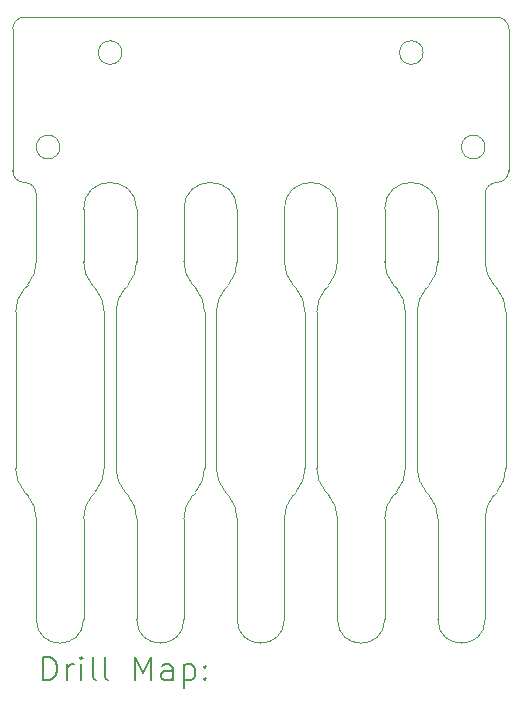
<source format=gbr>
%TF.GenerationSoftware,KiCad,Pcbnew,7.0.9-7.0.9~ubuntu22.04.1*%
%TF.CreationDate,2023-12-30T14:42:14+00:00*%
%TF.ProjectId,DRY_FLEX_V1,4452595f-464c-4455-985f-56312e6b6963,rev?*%
%TF.SameCoordinates,Original*%
%TF.FileFunction,Drillmap*%
%TF.FilePolarity,Positive*%
%FSLAX45Y45*%
G04 Gerber Fmt 4.5, Leading zero omitted, Abs format (unit mm)*
G04 Created by KiCad (PCBNEW 7.0.9-7.0.9~ubuntu22.04.1) date 2023-12-30 14:42:14*
%MOMM*%
%LPD*%
G01*
G04 APERTURE LIST*
%ADD10C,0.038100*%
%ADD11C,0.200000*%
G04 APERTURE END LIST*
D10*
X8849227Y-11597449D02*
G75*
G03*
X8775000Y-11795000I225773J-197551D01*
G01*
X10549227Y-11597449D02*
X10575773Y-11567111D01*
X9725773Y-11567111D02*
G75*
G03*
X9800000Y-11369559I-225773J197551D01*
G01*
X8000000Y-9300000D02*
X12000000Y-9300000D01*
X8100000Y-11369559D02*
X8100000Y-10800000D01*
X10650000Y-13545001D02*
G75*
G03*
X10575773Y-13347449I-300000J1D01*
G01*
X8500000Y-13545001D02*
X8500000Y-14400000D01*
X11225000Y-11795000D02*
G75*
G03*
X11150773Y-11597449I-300000J1D01*
G01*
X8100000Y-13545001D02*
X8100000Y-14400000D01*
X11900000Y-10400000D02*
G75*
G03*
X11900000Y-10400000I-100000J0D01*
G01*
X10650000Y-11369559D02*
X10650000Y-10925000D01*
X8100000Y-10800000D02*
G75*
G03*
X8000000Y-10700000I-100000J0D01*
G01*
X9450773Y-13317111D02*
X9424227Y-13347449D01*
X11900000Y-11369559D02*
G75*
G03*
X11974227Y-11567111I300000J-1D01*
G01*
X7925000Y-13119559D02*
G75*
G03*
X7999227Y-13317111I300000J-1D01*
G01*
X10475000Y-11795000D02*
X10475000Y-13119559D01*
X8825000Y-9600000D02*
G75*
G03*
X8825000Y-9600000I-100000J0D01*
G01*
X11124227Y-11567111D02*
X11150773Y-11597449D01*
X8675000Y-11795000D02*
G75*
G03*
X8600773Y-11597449I-300000J1D01*
G01*
X11050000Y-13545001D02*
X11050000Y-14400000D01*
X8500000Y-11369559D02*
G75*
G03*
X8574227Y-11567111I300000J-1D01*
G01*
X11500000Y-10925000D02*
G75*
G03*
X11050000Y-10925000I-225000J0D01*
G01*
X8100000Y-13545001D02*
G75*
G03*
X8025773Y-13347449I-300000J1D01*
G01*
X12075000Y-11795000D02*
G75*
G03*
X12000773Y-11597449I-300000J1D01*
G01*
X11399227Y-13317111D02*
X11425773Y-13347449D01*
X12000773Y-13317111D02*
G75*
G03*
X12075000Y-13119559I-225773J197551D01*
G01*
X11150773Y-13317111D02*
X11124227Y-13347449D01*
X8000000Y-9300000D02*
G75*
G03*
X7900000Y-9400000I0J-100000D01*
G01*
X10375000Y-11795000D02*
G75*
G03*
X10300773Y-11597449I-300000J1D01*
G01*
X8875773Y-11567111D02*
G75*
G03*
X8950000Y-11369559I-225773J197551D01*
G01*
X9699227Y-11597449D02*
X9725773Y-11567111D01*
X11425773Y-11567111D02*
G75*
G03*
X11500000Y-11369559I-225773J197551D01*
G01*
X11900000Y-11369559D02*
X11900000Y-10800000D01*
X10274227Y-13347449D02*
G75*
G03*
X10200000Y-13545001I225773J-197551D01*
G01*
X9800000Y-13545001D02*
G75*
G03*
X9725773Y-13347449I-300000J1D01*
G01*
X11124227Y-13347449D02*
G75*
G03*
X11050000Y-13545001I225773J-197551D01*
G01*
X10650000Y-13545001D02*
X10650000Y-14400000D01*
X7925000Y-11795000D02*
X7925000Y-13119559D01*
X11325000Y-13119559D02*
X11325000Y-11795000D01*
X9424227Y-13347449D02*
G75*
G03*
X9350000Y-13545001I225773J-197551D01*
G01*
X11225000Y-13119559D02*
X11225000Y-11795000D01*
X8875773Y-13347449D02*
X8849227Y-13317111D01*
X10575773Y-13347449D02*
X10549227Y-13317111D01*
X10200000Y-11369559D02*
X10200000Y-10925000D01*
X12000000Y-10700000D02*
G75*
G03*
X12100000Y-10600000I0J100000D01*
G01*
X11425773Y-11567111D02*
X11399227Y-11597449D01*
X9350000Y-11369559D02*
X9350000Y-10925000D01*
X11500000Y-13545001D02*
X11500000Y-14400000D01*
X9725773Y-13347449D02*
X9699227Y-13317111D01*
X9625000Y-11795000D02*
X9625000Y-13119559D01*
X11150773Y-13317111D02*
G75*
G03*
X11225000Y-13119559I-225773J197551D01*
G01*
X9699227Y-11597449D02*
G75*
G03*
X9625000Y-11795000I225773J-197551D01*
G01*
X8950000Y-11369559D02*
X8950000Y-10925000D01*
X8300000Y-10400000D02*
G75*
G03*
X8300000Y-10400000I-100000J0D01*
G01*
X9350000Y-11369559D02*
G75*
G03*
X9424227Y-11567111I300000J-1D01*
G01*
X7900000Y-10600000D02*
G75*
G03*
X8000000Y-10700000I100000J0D01*
G01*
X11900000Y-13545001D02*
X11900000Y-14400000D01*
X9800000Y-11369559D02*
X9800000Y-10925000D01*
X8574227Y-13347449D02*
G75*
G03*
X8500000Y-13545001I225773J-197551D01*
G01*
X10575773Y-11567111D02*
G75*
G03*
X10650000Y-11369559I-225773J197551D01*
G01*
X8600773Y-13317111D02*
G75*
G03*
X8675000Y-13119559I-225773J197551D01*
G01*
X8025773Y-13347449D02*
X7999227Y-13317111D01*
X11500000Y-14400000D02*
G75*
G03*
X11900000Y-14400000I200000J0D01*
G01*
X8675000Y-13119559D02*
X8675000Y-11795000D01*
X12100000Y-9400000D02*
G75*
G03*
X12000000Y-9300000I-100000J0D01*
G01*
X8025773Y-11567111D02*
G75*
G03*
X8100000Y-11369559I-225773J197551D01*
G01*
X11375000Y-9600000D02*
G75*
G03*
X11375000Y-9600000I-100000J0D01*
G01*
X8600773Y-13317111D02*
X8574227Y-13347449D01*
X12100000Y-10600000D02*
X12100000Y-9400000D01*
X12075000Y-11795000D02*
X12075000Y-13119559D01*
X8950000Y-14400000D02*
G75*
G03*
X9350000Y-14400000I200000J0D01*
G01*
X12000000Y-10700000D02*
G75*
G03*
X11900000Y-10800000I0J-100000D01*
G01*
X9450773Y-13317111D02*
G75*
G03*
X9525000Y-13119559I-225773J197551D01*
G01*
X11974227Y-13347449D02*
X12000773Y-13317111D01*
X10650000Y-10925000D02*
G75*
G03*
X10200000Y-10925000I-225000J0D01*
G01*
X9525000Y-13119559D02*
X9525000Y-11795000D01*
X8775000Y-13119559D02*
G75*
G03*
X8849227Y-13317111I300000J-1D01*
G01*
X9350000Y-13545001D02*
X9350000Y-14400000D01*
X10549227Y-11597449D02*
G75*
G03*
X10475000Y-11795000I225773J-197551D01*
G01*
X8775000Y-11795000D02*
X8775000Y-13119559D01*
X7900000Y-10600000D02*
X7900000Y-9400000D01*
X10200000Y-13545001D02*
X10200000Y-14400000D01*
X11399227Y-11597449D02*
G75*
G03*
X11325000Y-11795000I225773J-197551D01*
G01*
X9525000Y-11795000D02*
G75*
G03*
X9450773Y-11597449I-300000J1D01*
G01*
X11500000Y-13545001D02*
G75*
G03*
X11425773Y-13347449I-300000J1D01*
G01*
X8500000Y-11369559D02*
X8500000Y-10925000D01*
X11050000Y-11369559D02*
X11050000Y-10925000D01*
X9424227Y-11567111D02*
X9450773Y-11597449D01*
X11050000Y-11369559D02*
G75*
G03*
X11124227Y-11567111I300000J-1D01*
G01*
X10200000Y-11369559D02*
G75*
G03*
X10274227Y-11567111I300000J-1D01*
G01*
X7999227Y-11597449D02*
X8025773Y-11567111D01*
X9800000Y-14400000D02*
G75*
G03*
X10200000Y-14400000I200000J0D01*
G01*
X9625000Y-13119559D02*
G75*
G03*
X9699227Y-13317111I300000J-1D01*
G01*
X8950000Y-13545001D02*
X8950000Y-14400000D01*
X10650000Y-14400000D02*
G75*
G03*
X11050000Y-14400000I200000J0D01*
G01*
X10300773Y-13317111D02*
X10274227Y-13347449D01*
X12000773Y-11597449D02*
X11974227Y-11567111D01*
X11974227Y-13347449D02*
G75*
G03*
X11900000Y-13545001I225773J-197551D01*
G01*
X8849227Y-11597449D02*
X8875773Y-11567111D01*
X10375000Y-13119559D02*
X10375000Y-11795000D01*
X8574227Y-11567111D02*
X8600773Y-11597449D01*
X8950000Y-10925000D02*
G75*
G03*
X8500000Y-10925000I-225000J0D01*
G01*
X9800000Y-10925000D02*
G75*
G03*
X9350000Y-10925000I-225000J0D01*
G01*
X8100000Y-14400000D02*
G75*
G03*
X8500000Y-14400000I200000J0D01*
G01*
X7999227Y-11597449D02*
G75*
G03*
X7925000Y-11795000I225773J-197551D01*
G01*
X11500000Y-11369559D02*
X11500000Y-10925000D01*
X10274227Y-11567111D02*
X10300773Y-11597449D01*
X10475000Y-13119559D02*
G75*
G03*
X10549227Y-13317111I300000J-1D01*
G01*
X10300773Y-13317111D02*
G75*
G03*
X10375000Y-13119559I-225773J197551D01*
G01*
X11325000Y-13119559D02*
G75*
G03*
X11399227Y-13317111I300000J-1D01*
G01*
X8950000Y-13545001D02*
G75*
G03*
X8875773Y-13347449I-300000J1D01*
G01*
X9800000Y-13545001D02*
X9800000Y-14400000D01*
D11*
X8158872Y-14913389D02*
X8158872Y-14713389D01*
X8158872Y-14713389D02*
X8206491Y-14713389D01*
X8206491Y-14713389D02*
X8235062Y-14722913D01*
X8235062Y-14722913D02*
X8254110Y-14741960D01*
X8254110Y-14741960D02*
X8263634Y-14761008D01*
X8263634Y-14761008D02*
X8273157Y-14799103D01*
X8273157Y-14799103D02*
X8273157Y-14827674D01*
X8273157Y-14827674D02*
X8263634Y-14865770D01*
X8263634Y-14865770D02*
X8254110Y-14884817D01*
X8254110Y-14884817D02*
X8235062Y-14903865D01*
X8235062Y-14903865D02*
X8206491Y-14913389D01*
X8206491Y-14913389D02*
X8158872Y-14913389D01*
X8358872Y-14913389D02*
X8358872Y-14780055D01*
X8358872Y-14818151D02*
X8368396Y-14799103D01*
X8368396Y-14799103D02*
X8377919Y-14789579D01*
X8377919Y-14789579D02*
X8396967Y-14780055D01*
X8396967Y-14780055D02*
X8416015Y-14780055D01*
X8482681Y-14913389D02*
X8482681Y-14780055D01*
X8482681Y-14713389D02*
X8473158Y-14722913D01*
X8473158Y-14722913D02*
X8482681Y-14732436D01*
X8482681Y-14732436D02*
X8492205Y-14722913D01*
X8492205Y-14722913D02*
X8482681Y-14713389D01*
X8482681Y-14713389D02*
X8482681Y-14732436D01*
X8606491Y-14913389D02*
X8587443Y-14903865D01*
X8587443Y-14903865D02*
X8577919Y-14884817D01*
X8577919Y-14884817D02*
X8577919Y-14713389D01*
X8711253Y-14913389D02*
X8692205Y-14903865D01*
X8692205Y-14903865D02*
X8682681Y-14884817D01*
X8682681Y-14884817D02*
X8682681Y-14713389D01*
X8939824Y-14913389D02*
X8939824Y-14713389D01*
X8939824Y-14713389D02*
X9006491Y-14856246D01*
X9006491Y-14856246D02*
X9073158Y-14713389D01*
X9073158Y-14713389D02*
X9073158Y-14913389D01*
X9254110Y-14913389D02*
X9254110Y-14808627D01*
X9254110Y-14808627D02*
X9244586Y-14789579D01*
X9244586Y-14789579D02*
X9225539Y-14780055D01*
X9225539Y-14780055D02*
X9187443Y-14780055D01*
X9187443Y-14780055D02*
X9168396Y-14789579D01*
X9254110Y-14903865D02*
X9235062Y-14913389D01*
X9235062Y-14913389D02*
X9187443Y-14913389D01*
X9187443Y-14913389D02*
X9168396Y-14903865D01*
X9168396Y-14903865D02*
X9158872Y-14884817D01*
X9158872Y-14884817D02*
X9158872Y-14865770D01*
X9158872Y-14865770D02*
X9168396Y-14846722D01*
X9168396Y-14846722D02*
X9187443Y-14837198D01*
X9187443Y-14837198D02*
X9235062Y-14837198D01*
X9235062Y-14837198D02*
X9254110Y-14827674D01*
X9349348Y-14780055D02*
X9349348Y-14980055D01*
X9349348Y-14789579D02*
X9368396Y-14780055D01*
X9368396Y-14780055D02*
X9406491Y-14780055D01*
X9406491Y-14780055D02*
X9425539Y-14789579D01*
X9425539Y-14789579D02*
X9435062Y-14799103D01*
X9435062Y-14799103D02*
X9444586Y-14818151D01*
X9444586Y-14818151D02*
X9444586Y-14875293D01*
X9444586Y-14875293D02*
X9435062Y-14894341D01*
X9435062Y-14894341D02*
X9425539Y-14903865D01*
X9425539Y-14903865D02*
X9406491Y-14913389D01*
X9406491Y-14913389D02*
X9368396Y-14913389D01*
X9368396Y-14913389D02*
X9349348Y-14903865D01*
X9530300Y-14894341D02*
X9539824Y-14903865D01*
X9539824Y-14903865D02*
X9530300Y-14913389D01*
X9530300Y-14913389D02*
X9520777Y-14903865D01*
X9520777Y-14903865D02*
X9530300Y-14894341D01*
X9530300Y-14894341D02*
X9530300Y-14913389D01*
X9530300Y-14789579D02*
X9539824Y-14799103D01*
X9539824Y-14799103D02*
X9530300Y-14808627D01*
X9530300Y-14808627D02*
X9520777Y-14799103D01*
X9520777Y-14799103D02*
X9530300Y-14789579D01*
X9530300Y-14789579D02*
X9530300Y-14808627D01*
M02*

</source>
